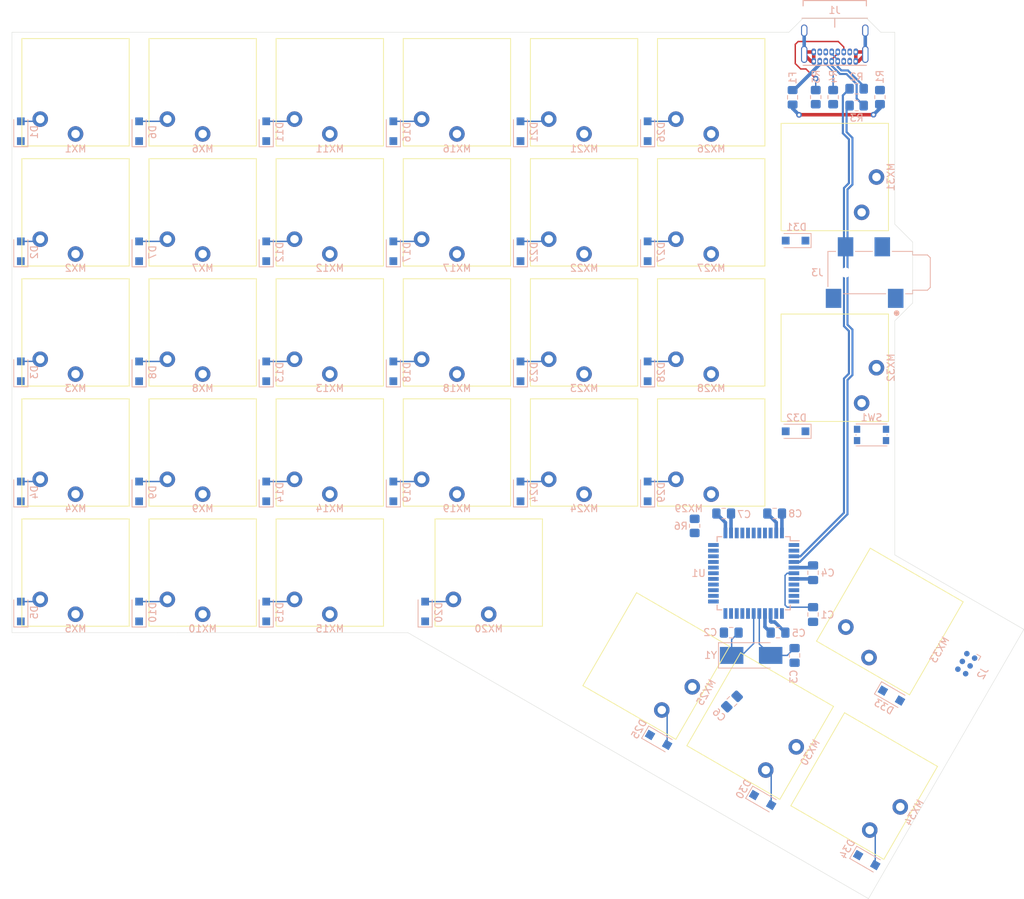
<source format=kicad_pcb>
(kicad_pcb (version 20211014) (generator pcbnew)
  (layers (0 "F.Cu" signal) (31 "B.Cu" signal) (34 "B.Paste" user) (35 "F.Paste" user) (36 "B.SilkS" user "B.Silkscreen") (37 "F.SilkS" user "F.Silkscreen") (38 "B.Mask" user) (39 "F.Mask" user) (44 "Edge.Cuts" user))
  (net 0 "")
  (net 1 "Net-(D1-Pad2)")
  (net 2 "Net-(D2-Pad2)")
  (net 3 "Net-(D3-Pad2)")
  (net 4 "Net-(D4-Pad2)")
  (net 5 "Net-(D5-Pad2)")
  (net 6 "Net-(D6-Pad2)")
  (net 7 "Net-(D7-Pad2)")
  (net 8 "Net-(D8-Pad2)")
  (net 9 "Net-(D9-Pad2)")
  (net 10 "Net-(D10-Pad2)")
  (net 11 "Net-(D11-Pad2)")
  (net 12 "Net-(D12-Pad2)")
  (net 13 "Net-(D13-Pad2)")
  (net 14 "Net-(D14-Pad2)")
  (net 15 "Net-(D15-Pad2)")
  (net 16 "Net-(D16-Pad2)")
  (net 17 "Net-(D17-Pad2)")
  (net 18 "Net-(D18-Pad2)")
  (net 19 "Net-(D19-Pad2)")
  (net 20 "Net-(D20-Pad2)")
  (net 21 "Net-(D21-Pad2)")
  (net 22 "Net-(D22-Pad2)")
  (net 23 "Net-(D23-Pad2)")
  (net 24 "Net-(D24-Pad2)")
  (net 25 "Net-(D25-Pad2)")
  (net 26 "Net-(D26-Pad2)")
  (net 27 "Net-(D27-Pad2)")
  (net 28 "Net-(D28-Pad2)")
  (net 29 "Net-(D29-Pad2)")
  (net 30 "Net-(D30-Pad2)")
  (net 31 "Net-(D31-Pad2)")
  (net 32 "Net-(D32-Pad2)")
  (net 33 "Net-(D33-Pad2)")
  (net 34 "Net-(D34-Pad2)")
  (net 35 "Net-(J1-PadB5)")
  (net 38 "Net-(J1-PadA5)")
  (net 62 "/Row1")
  (net 63 "/Row2")
  (net 64 "/Row3")
  (net 65 "/Row4")
  (net 66 "/Row5")
  (net 67 "/Col1")
  (net 68 "/Col2")
  (net 69 "/Col3")
  (net 70 "/Col4")
  (net 71 "/Col5")
  (net 72 "/Col6")
  (net 73 "/Col7")
  (net 74 "GND")
  (net 75 "Net-(C1-Pad1)")
  (net 76 "/XTAL1")
  (net 77 "/XTAL2")
  (net 78 "Net-(F1-Pad2)")
  (net 79 "+5V")
  (net 80 "/USB_D+")
  (net 81 "/USB_D-")
  (net 82 "/Reset")
  (net 83 "/MOSI")
  (net 84 "/SCK")
  (net 85 "/MISO")
  (net 86 "/D-")
  (net 87 "/D+")
  (net 92 "Net-(R6-Pad1)")
  (footprint "nikon:SW_Kailh_Choc_V1_1.00u" (layer "F.Cu") (at 35.687 35.687 180)
    (fp_text reference "MX1")
    (fp_text value "MX-NoLED")
  )
  (footprint "nikon:SW_Kailh_Choc_V1_1.00u" (layer "F.Cu") (at 35.687 52.687 180)
    (fp_text reference "MX2")
    (fp_text value "MX-NoLED")
  )
  (footprint "nikon:SW_Kailh_Choc_V1_1.00u" (layer "F.Cu") (at 35.687 103.687 180)
    (fp_text reference "MX5")
    (fp_text value "MX-NoLED")
  )
  (footprint "nikon:SW_Kailh_Choc_V1_1.00u" (layer "F.Cu") (at 53.687 35.687 180)
    (fp_text reference "MX6")
    (fp_text value "MX-NoLED")
  )
  (footprint "nikon:SW_Kailh_Choc_V1_1.00u" (layer "F.Cu") (at 53.687 69.687 180)
    (fp_text reference "MX8")
    (fp_text value "MX-NoLED")
  )
  (footprint "nikon:SW_Kailh_Choc_V1_1.00u" (layer "F.Cu") (at 53.687 86.687 180)
    (fp_text reference "MX9")
    (fp_text value "MX-NoLED")
  )
  (footprint "nikon:SW_Kailh_Choc_V1_1.00u" (layer "F.Cu") (at 71.687 35.687 180)
    (fp_text reference "MX11")
    (fp_text value "MX-NoLED")
  )
  (footprint "nikon:SW_Kailh_Choc_V1_1.00u" (layer "F.Cu") (at 71.687 52.687 180)
    (fp_text reference "MX12")
    (fp_text value "MX-NoLED")
  )
  (footprint "nikon:SW_Kailh_Choc_V1_1.00u" (layer "F.Cu") (at 71.687 69.687 180)
    (fp_text reference "MX13")
    (fp_text value "MX-NoLED")
  )
  (footprint "nikon:SW_Kailh_Choc_V1_1.00u" (layer "F.Cu") (at 71.687 86.687 180)
    (fp_text reference "MX14")
    (fp_text value "MX-NoLED")
  )
  (footprint "nikon:SW_Kailh_Choc_V1_1.00u" (layer "F.Cu") (at 89.687 35.687 180)
    (fp_text reference "MX16")
    (fp_text value "MX-NoLED")
  )
  (footprint "nikon:SW_Kailh_Choc_V1_1.00u" (layer "F.Cu") (at 89.687 52.687 180)
    (fp_text reference "MX17")
    (fp_text value "MX-NoLED")
  )
  (footprint "nikon:SW_Kailh_Choc_V1_1.00u" (layer "F.Cu") (at 89.687 69.687 180)
    (fp_text reference "MX18")
    (fp_text value "MX-NoLED")
  )
  (footprint "nikon:SW_Kailh_Choc_V1_1.00u" (layer "F.Cu") (at 89.687 86.687 180)
    (fp_text reference "MX19")
    (fp_text value "MX-NoLED")
  )
  (footprint "nikon:SW_Kailh_Choc_V1_1.50u" (layer "F.Cu") (at 94.187 103.687 180)
    (fp_text reference "MX20")
    (fp_text value "MX-NoLED")
  )
  (footprint "nikon:SW_Kailh_Choc_V1_1.00u" (layer "F.Cu") (at 107.687 35.687 180)
    (fp_text reference "MX21")
    (fp_text value "MX-NoLED")
  )
  (footprint "nikon:SW_Kailh_Choc_V1_1.00u" (layer "F.Cu") (at 107.687 52.687 180)
    (fp_text reference "MX22")
    (fp_text value "MX-NoLED")
  )
  (footprint "nikon:SW_Kailh_Choc_V1_1.00u" (layer "F.Cu") (at 107.687 69.687 180)
    (fp_text reference "MX23")
    (fp_text value "MX-NoLED")
  )
  (footprint "nikon:SW_Kailh_Choc_V1_1.00u" (layer "F.Cu") (at 107.687 86.687 180)
    (fp_text reference "MX24")
    (fp_text value "MX-NoLED")
  )
  (footprint "nikon:SW_Kailh_Choc_V1_1.50u" (layer "F.Cu") (at 117.9 116.92 -120)
    (fp_text reference "MX25")
    (fp_text value "MX-NoLED")
  )
  (footprint "nikon:SW_Kailh_Choc_V1_1.00u" (layer "F.Cu") (at 125.687 52.687 180)
    (fp_text reference "MX27")
    (fp_text value "MX-NoLED")
  )
  (footprint "nikon:SW_Kailh_Choc_V1_1.00u" (layer "F.Cu") (at 125.687 69.687 180)
    (fp_text reference "MX28")
    (fp_text value "MX-NoLED")
  )
  (footprint "nikon:SW_Kailh_Choc_V1_1.00u" (layer "F.Cu") (at 125.687 86.687 180)
    (fp_text reference "MX29")
    (fp_text value "MX-NoLED")
  )
  (footprint "nikon:SW_Kailh_Choc_V1_1.50u" (layer "F.Cu") (at 132.622431 125.419999 -120)
    (fp_text reference "MX30")
    (fp_text value "MX-NoLED")
  )
  (footprint "nikon:SW_Kailh_Choc_V1_1.50u" (layer "F.Cu") (at 143.187 47.687 -90)
    (fp_text reference "MX31")
    (fp_text value "MX-NoLED")
  )
  (footprint "nikon:SW_Kailh_Choc_V1_1.50u" (layer "F.Cu") (at 150.983862 110.616998 150)
    (fp_text reference "MX33")
    (fp_text value "MX-NoLED")
  )
  (footprint "nikon:SW_Kailh_Choc_V1_1.50u" (layer "F.Cu") (at 147.344862 133.919998 -120)
    (fp_text reference "MX34")
    (fp_text value "MX-NoLED")
  )
  (footprint "nikon:SW_Kailh_Choc_V1_1.00u" (layer "F.Cu") (at 125.687 35.687 180)
    (fp_text reference "MX26")
    (fp_text value "MX-NoLED")
  )
  (footprint "nikon:SW_Kailh_Choc_V1_1.00u" (layer "F.Cu") (at 71.687 103.687 180)
    (fp_text reference "MX15")
    (fp_text value "MX-NoLED")
  )
  (footprint "nikon:SW_Kailh_Choc_V1_1.00u" (layer "F.Cu") (at 53.687 103.687 180)
    (fp_text reference "MX10")
    (fp_text value "MX-NoLED")
  )
  (footprint "nikon:SW_Kailh_Choc_V1_1.00u" (layer "F.Cu") (at 35.687 86.687 180)
    (fp_text reference "MX4")
    (fp_text value "MX-NoLED")
  )
  (footprint "nikon:SW_Kailh_Choc_V1_1.00u" (layer "F.Cu") (at 35.687 69.687 180)
    (fp_text reference "MX3")
    (fp_text value "MX-NoLED")
  )
  (footprint "nikon:SW_Kailh_Choc_V1_1.00u" (layer "F.Cu") (at 53.687 52.687 180)
    (fp_text reference "MX7")
    (fp_text value "MX-NoLED")
  )
  (footprint "nikon:SW_Kailh_Choc_V1_1.50u" (layer "F.Cu") (at 143.187 74.687 -90)
    (fp_text reference "MX32")
    (fp_text value "MX-NoLED")
  )
  (footprint "Diode_SMD:D_SOD-123F" (layer "B.Cu") (at 27.94 58.197 90)
    (fp_text reference "D2")
    (fp_text value "1N4148")
  )
  (footprint "Diode_SMD:D_SOD-123F" (layer "B.Cu") (at 27.94 75.184 90)
    (fp_text reference "D3")
    (fp_text value "1N4148")
  )
  (footprint "Diode_SMD:D_SOD-123F" (layer "B.Cu") (at 27.94 92.197 90)
    (fp_text reference "D4")
    (fp_text value "1N4148")
  )
  (footprint "Diode_SMD:D_SOD-123F" (layer "B.Cu") (at 27.94 109.197 90)
    (fp_text reference "D5")
    (fp_text value "1N4148")
  )
  (footprint "Diode_SMD:D_SOD-123F" (layer "B.Cu") (at 44.687 41.197 90)
    (fp_text reference "D6")
    (fp_text value "1N4148")
  )
  (footprint "Diode_SMD:D_SOD-123F" (layer "B.Cu") (at 44.687 58.197 90)
    (fp_text reference "D7")
    (fp_text value "1N4148")
  )
  (footprint "Diode_SMD:D_SOD-123F" (layer "B.Cu") (at 44.687 75.197 90)
    (fp_text reference "D8")
    (fp_text value "1N4148")
  )
  (footprint "Diode_SMD:D_SOD-123F" (layer "B.Cu") (at 44.687 92.197 90)
    (fp_text reference "D9")
    (fp_text value "1N4148")
  )
  (footprint "Diode_SMD:D_SOD-123F" (layer "B.Cu") (at 44.687 109.197 90)
    (fp_text reference "D10")
    (fp_text value "1N4148")
  )
  (footprint "Diode_SMD:D_SOD-123F" (layer "B.Cu") (at 62.687 41.197 90)
    (fp_text reference "D11")
    (fp_text value "1N4148")
  )
  (footprint "Diode_SMD:D_SOD-123F" (layer "B.Cu") (at 62.687 58.197 90)
    (fp_text reference "D12")
    (fp_text value "1N4148")
  )
  (footprint "Diode_SMD:D_SOD-123F" (layer "B.Cu") (at 62.687 75.197 90)
    (fp_text reference "D13")
    (fp_text value "1N4148")
  )
  (footprint "Diode_SMD:D_SOD-123F" (layer "B.Cu") (at 62.687 92.197 90)
    (fp_text reference "D14")
    (fp_text value "1N4148")
  )
  (footprint "Diode_SMD:D_SOD-123F" (layer "B.Cu") (at 62.687 109.197 90)
    (fp_text reference "D15")
    (fp_text value "1N4148")
  )
  (footprint "Diode_SMD:D_SOD-123F" (layer "B.Cu") (at 80.687 41.197 90)
    (fp_text reference "D16")
    (fp_text value "1N4148")
  )
  (footprint "Diode_SMD:D_SOD-123F" (layer "B.Cu") (at 80.687 58.197 90)
    (fp_text reference "D17")
    (fp_text value "1N4148")
  )
  (footprint "Diode_SMD:D_SOD-123F" (layer "B.Cu") (at 80.687 75.197 90)
    (fp_text reference "D18")
    (fp_text value "1N4148")
  )
  (footprint "Diode_SMD:D_SOD-123F" (layer "B.Cu") (at 80.687 92.197 90)
    (fp_text reference "D19")
    (fp_text value "1N4148")
  )
  (footprint "Diode_SMD:D_SOD-123F" (layer "B.Cu") (at 85.187 109.197 90)
    (fp_text reference "D20")
    (fp_text value "1N4148")
  )
  (footprint "Diode_SMD:D_SOD-123F" (layer "B.Cu") (at 98.687 41.197 90)
    (fp_text reference "D21")
    (fp_text value "1N4148")
  )
  (footprint "Diode_SMD:D_SOD-123F" (layer "B.Cu") (at 98.687 58.197 90)
    (fp_text reference "D22")
    (fp_text value "1N4148")
  )
  (footprint "Diode_SMD:D_SOD-123F" (layer "B.Cu") (at 98.687 75.197 90)
    (fp_text reference "D23")
    (fp_text value "1N4148")
  )
  (footprint "Diode_SMD:D_SOD-123F" (layer "B.Cu") (at 98.687 92.197 90)
    (fp_text reference "D24")
    (fp_text value "1N4148")
  )
  (footprint "Diode_SMD:D_SOD-123F" (layer "B.Cu") (at 116.687 41.197 90)
    (fp_text reference "D26")
    (fp_text value "1N4148")
  )
  (footprint "Diode_SMD:D_SOD-123F" (layer "B.Cu") (at 116.687 58.197 90)
    (fp_text reference "D27")
    (fp_text value "1N4148")
  )
  (footprint "Diode_SMD:D_SOD-123F" (layer "B.Cu") (at 116.687 75.197 90)
    (fp_text reference "D28")
    (fp_text value "1N4148")
  )
  (footprint "Diode_SMD:D_SOD-123F" (layer "B.Cu") (at 116.687 92.197 90)
    (fp_text reference "D29")
    (fp_text value "1N4148")
  )
  (footprint "Diode_SMD:D_SOD-123F" (layer "B.Cu") (at 132.969 135.89 -30)
    (fp_text reference "D30")
    (fp_text value "1N4148")
  )
  (footprint "Diode_SMD:D_SOD-123F" (layer "B.Cu") (at 137.632 56.687 180)
    (fp_text reference "D31")
    (fp_text value "1N4148")
  )
  (footprint "Diode_SMD:D_SOD-123F" (layer "B.Cu") (at 137.632 83.687 180)
    (fp_text reference "D32")
    (fp_text value "1N4148")
  )
  (footprint "Diode_SMD:D_SOD-123F" (layer "B.Cu") (at 151.2062 121.1072 -30)
    (fp_text reference "D33")
    (fp_text value "1N4148")
  )
  (footprint "Diode_SMD:D_SOD-123F" (layer "B.Cu") (at 147.701 144.399 -30)
    (fp_text reference "D34")
    (fp_text value "1N4148")
  )
  (footprint "nikon:USB_C_GCT_USB4085" (layer "B.Cu") (at 143.1798 25.2062)
    (fp_text reference "J1")
    (fp_text value "USB_C_Receptacle_USB2.0")
  )
  (footprint "Button_Switch_SMD:SW_Push_1P1T_NO_CK_KMR2" (layer "B.Cu") (at 148.3868 84.201 180)
    (fp_text reference "SW1")
    (fp_text value "SW_Push")
  )
  (footprint "Package_QFP:TQFP-44_10x10mm_P0.8mm" (layer "B.Cu") (at 131.699 103.7844 180)
    (fp_text reference "U1")
    (fp_text value "ATmega32U4-AU")
  )
  (footprint "Diode_SMD:D_SOD-123F" (layer "B.Cu") (at 27.94 41.197 90)
    (fp_text reference "D1")
    (fp_text value "1N4148")
  )
  (footprint "Diode_SMD:D_SOD-123F" (layer "B.Cu") (at 118.237 127.381 -30)
    (fp_text reference "D25")
    (fp_text value "1N4148")
  )
  (footprint "Capacitor_SMD:C_0805_2012Metric_Pad1.18x1.45mm_HandSolder" (layer "B.Cu") (at 140.1064 109.6264 -90)
    (fp_text reference "C1")
    (fp_text value "1u")
  )
  (footprint "Capacitor_SMD:C_0805_2012Metric_Pad1.18x1.45mm_HandSolder" (layer "B.Cu") (at 128.524 112.1918)
    (fp_text reference "C2")
    (fp_text value "22pF")
  )
  (footprint "Capacitor_SMD:C_0805_2012Metric_Pad1.18x1.45mm_HandSolder" (layer "B.Cu") (at 137.4902 115.4176 90)
    (fp_text reference "C3")
    (fp_text value "22pF")
  )
  (footprint "Fuse:Fuse_0805_2012Metric_Pad1.15x1.40mm_HandSolder" (layer "B.Cu") (at 137.2108 36.3982 90)
    (fp_text reference "F1")
    (fp_text value "Fuse")
  )
  (footprint "Connector:Tag-Connect_TC2030-IDC-NL_2x03_P1.27mm_Vertical" (layer "B.Cu") (at 161.798 116.586 -120)
    (fp_text reference "J2")
    (fp_text value "AVR-ISP-6")
  )
  (footprint "Resistor_SMD:R_0805_2012Metric_Pad1.20x1.40mm_HandSolder" (layer "B.Cu") (at 123.3424 97.0788 90)
    (fp_text reference "R6")
    (fp_text value "10K")
  )
  (footprint "Resistor_SMD:R_0805_2012Metric_Pad1.20x1.40mm_HandSolder" (layer "B.Cu") (at 149.5806 36.3728 -90)
    (fp_text reference "R1")
    (fp_text value "10k")
  )
  (footprint "Resistor_SMD:R_0805_2012Metric_Pad1.20x1.40mm_HandSolder" (layer "B.Cu") (at 142.9512 36.3728 90)
    (fp_text reference "R4")
    (fp_text value "5.1k")
  )
  (footprint "Resistor_SMD:R_0805_2012Metric_Pad1.20x1.40mm_HandSolder" (layer "B.Cu") (at 140.4874 36.3728 90)
    (fp_text reference "R5")
    (fp_text value "5.1k")
  )
  (footprint "Resistor_SMD:R_0805_2012Metric_Pad1.20x1.40mm_HandSolder" (layer "B.Cu") (at 146.2786 35.1826)
    (fp_text reference "R2")
    (fp_text value "22R")
  )
  (footprint "Resistor_SMD:R_0805_2012Metric_Pad1.20x1.40mm_HandSolder" (layer "B.Cu") (at 146.2786 37.5666)
    (fp_text reference "R3")
    (fp_text value "22R")
  )
  (footprint "Crystal:Crystal_SMD_Abracon_ABM3-2Pin_5.0x3.2mm_HandSoldering" (layer "B.Cu") (at 131.3434 115.4176)
    (fp_text reference "Y1")
    (fp_text value "16MHz")
  )
  (footprint "Capacitor_SMD:C_0805_2012Metric_Pad1.18x1.45mm_HandSolder" (layer "B.Cu") (at 134.6708 95.3262 180)
    (fp_text reference "C8")
    (fp_text value "0.1u")
  )
  (footprint "nikon:CUI_SJ2-35043A-SMT-TR" (layer "B.Cu") (at 148.209 61.2133 180)
    (fp_text reference "J3")
    (fp_text value "SJ2-35043A-SMT-TR")
  )
  (footprint "Capacitor_SMD:C_0805_2012Metric_Pad1.18x1.45mm_HandSolder" (layer "B.Cu") (at 140.1064 103.7082 90)
    (fp_text reference "C4")
    (fp_text value "4.7u")
  )
  (footprint "Capacitor_SMD:C_0805_2012Metric_Pad1.18x1.45mm_HandSolder" (layer "B.Cu") (at 135.1495 112.1918 180)
    (fp_text reference "C5")
    (fp_text value "0.1u")
  )
  (footprint "Capacitor_SMD:C_0805_2012Metric_Pad1.18x1.45mm_HandSolder" (layer "B.Cu") (at 127.4572 95.3262)
    (fp_text reference "C7")
    (fp_text value "0.1u")
  )
  (footprint "Capacitor_SMD:C_0805_2012Metric_Pad1.18x1.45mm_HandSolder" (layer "B.Cu") (at 128.6256 121.9454 45)
    (fp_text reference "C6")
    (fp_text value "0.1u")
  )
  (gr_line (start 82.7278 112.1918) (end 26.687 112.187) (layer "Edge.Cuts") (width 0.05))
  (gr_line (start 147.955 149.86) (end 169.9514 111.7346) (layer "Edge.Cuts") (width 0.05))
  (gr_line (start 138.6962 25.1968) (end 147.68888 25.1968) (layer "Edge.Cuts") (width 0.05))
  (gr_line (start 149.68888 27.187) (end 151.6888 27.187) (layer "Edge.Cuts") (width 0.05))
  (gr_line (start 147.955 149.86) (end 82.7278 112.1918) (layer "Edge.Cuts") (width 0.05))
  (gr_line (start 154.2034 65.532) (end 151.6888 68.0466) (layer "Edge.Cuts") (width 0.05))
  (gr_line (start 149.68888 27.187) (end 147.68888 25.1968) (layer "Edge.Cuts") (width 0.05))
  (gr_line (start 151.6888 68.0466) (end 151.6888 101.1936) (layer "Edge.Cuts") (width 0.05))
  (gr_line (start 154.2034 56.8833) (end 151.6888 54.3687) (layer "Edge.Cuts") (width 0.05))
  (gr_line (start 136.6962 27.187) (end 138.6962 25.1968) (layer "Edge.Cuts") (width 0.05))
  (gr_line (start 151.6888 101.1936) (end 169.9514 111.7346) (layer "Edge.Cuts") (width 0.05))
  (gr_line (start 26.687 27.187) (end 26.687 112.187) (layer "Edge.Cuts") (width 0.05))
  (gr_line (start 26.687 27.187) (end 136.6962 27.187) (layer "Edge.Cuts") (width 0.05))
  (gr_line (start 151.6888 54.3687) (end 151.6888 27.187) (layer "Edge.Cuts") (width 0.05))
  (gr_line (start 154.2034 56.8833) (end 154.2034 65.532) (layer "Edge.Cuts") (width 0.05))
  (segment (start 30.377 39.797) (end 30.687 39.487) (width 0.2) (layer "B.Cu") (net 1))
  (segment (start 27.94 39.797) (end 30.377 39.797) (width 0.2) (layer "B.Cu") (net 1))
  (segment (start 27.94 56.797) (end 30.377 56.797) (width 0.2) (layer "B.Cu") (net 2))
  (segment (start 30.377 56.797) (end 30.687 56.487) (width 0.2) (layer "B.Cu") (net 2))
  (segment (start 27.94 73.784) (end 30.39 73.784) (width 0.2) (layer "B.Cu") (net 3))
  (segment (start 30.39 73.784) (end 30.687 73.487) (width 0.2) (layer "B.Cu") (net 3))
  (segment (start 30.377 90.797) (end 30.687 90.487) (width 0.2) (layer "B.Cu") (net 4))
  (segment (start 27.94 90.797) (end 30.377 90.797) (width 0.2) (layer "B.Cu") (net 4))
  (segment (start 27.94 107.797) (end 30.377 107.797) (width 0.2) (layer "B.Cu") (net 5))
  (segment (start 30.377 107.797) (end 30.687 107.487) (width 0.2) (layer "B.Cu") (net 5))
  (segment (start 44.687 39.797) (end 48.377 39.797) (width 0.2) (layer "B.Cu") (net 6))
  (segment (start 48.377 39.797) (end 48.687 39.487) (width 0.2) (layer "B.Cu") (net 6))
  (segment (start 48.377 56.797) (end 48.687 56.487) (width 0.2) (layer "B.Cu") (net 7))
  (segment (start 44.687 56.797) (end 48.377 56.797) (width 0.2) (layer "B.Cu") (net 7))
  (segment (start 48.377 73.797) (end 48.687 73.487) (width 0.2) (layer "B.Cu") (net 8))
  (segment (start 44.687 73.797) (end 48.377 73.797) (width 0.2) (layer "B.Cu") (net 8))
  (segment (start 48.377 90.797) (end 48.687 90.487) (width 0.2) (layer "B.Cu") (net 9))
  (segment (start 44.687 90.797) (end 48.377 90.797) (width 0.2) (layer "B.Cu") (net 9))
  (segment (start 48.377 107.797) (end 48.687 107.487) (width 0.2) (layer "B.Cu") (net 10))
  (segment (start 44.687 107.797) (end 48.377 107.797) (width 0.2) (layer "B.Cu") (net 10))
  (segment (start 66.377 39.797) (end 66.687 39.487) (width 0.2) (layer "B.Cu") (net 11))
  (segment (start 62.687 39.797) (end 66.377 39.797) (width 0.2) (layer "B.Cu") (net 11))
  (segment (start 66.377 56.797) (end 66.687 56.487) (width 0.2) (layer "B.Cu") (net 12))
  (segment (start 62.687 56.797) (end 66.377 56.797) (width 0.2) (layer "B.Cu") (net 12))
  (segment (start 66.377 73.797) (end 66.687 73.487) (width 0.2) (layer "B.Cu") (net 13))
  (segment (start 62.687 73.797) (end 66.377 73.797) (width 0.2) (layer "B.Cu") (net 13))
  (segment (start 62.687 90.797) (end 66.377 90.797) (width 0.2) (layer "B.Cu") (net 14))
  (segment (start 66.377 90.797) (end 66.687 90.487) (width 0.2) (layer "B.Cu") (net 14))
  (segment (start 62.687 107.797) (end 66.377 107.797) (width 0.2) (layer "B.Cu") (net 15))
  (segment (start 66.377 107.797) (end 66.687 107.487) (width 0.2) (layer "B.Cu") (net 15))
  (segment (start 84.377 39.797) (end 84.687 39.487) (width 0.2) (layer "B.Cu") (net 16))
  (segment (start 80.687 39.797) (end 84.377 39.797) (width 0.2) (layer "B.Cu") (net 16))
  (segment (start 80.687 56.797) (end 84.377 56.797) (width 0.2) (layer "B.Cu") (net 17))
  (segment (start 84.377 56.797) (end 84.687 56.487) (width 0.2) (layer "B.Cu") (net 17))
  (segment (start 84.377 73.797) (end 84.687 73.487) (width 0.2) (layer "B.Cu") (net 18))
  (segment (start 80.687 73.797) (end 84.377 73.797) (width 0.2) (layer "B.Cu") (net 18))
  (segment (start 84.377 90.797) (end 84.687 90.487) (width 0.2) (layer "B.Cu") (net 19))
  (segment (start 80.687 90.797) (end 84.377 90.797) (width 0.2) (layer "B.Cu") (net 19))
  (segment (start 85.187 107.797) (end 88.877 107.797) (width 0.2) (layer "B.Cu") (net 20))
  (segment (start 88.877 107.797) (end 89.187 107.487) (width 0.2) (layer "B.Cu") (net 20))
  (segment (start 98.687 39.797) (end 102.377 39.797) (width 0.2) (layer "B.Cu") (net 21))
  (segment (start 102.377 39.797) (end 102.687 39.487) (width 0.2) (layer "B.Cu") (net 21))
  (segment (start 98.687 56.797) (end 102.377 56.797) (width 0.2) (layer "B.Cu") (net 22))
  (segment (start 102.377 56.797) (end 102.687 56.487) (width 0.2) (layer "B.Cu") (net 22))
  (segment (start 102.377 73.797) (end 102.687 73.487) (width 0.2) (layer "B.Cu") (net 23))
  (segment (start 98.687 73.797) (end 102.377 73.797) (width 0.2) (layer "B.Cu") (net 23))
  (segment (start 98.687 90.797) (end 102.377 90.797) (width 0.2) (layer "B.Cu") (net 24))
  (segment (start 102.377 90.797) (end 102.687 90.487) (width 0.2) (layer "B.Cu") (net 24))
  (segment (start 119.449436 128.081) (end 119.449436 123.908666) (width 0.2) (layer "B.Cu") (net 25))
  (segment (start 119.449436 123.908666) (end 118.690897 123.150127) (width 0.2) (layer "B.Cu") (net 25))
  (segment (start 120.377 39.797) (end 120.687 39.487) (width 0.2) (layer "B.Cu") (net 26))
  (segment (start 116.687 39.797) (end 120.377 39.797) (width 0.2) (layer "B.Cu") (net 26))
  (segment (start 116.687 56.797) (end 120.377 56.797) (width 0.2) (layer "B.Cu") (net 27))
  (segment (start 120.377 56.797) (end 120.687 56.487) (width 0.2) (layer "B.Cu") (net 27))
  (segment (start 120.377 73.797) (end 120.687 73.487) (width 0.2) (layer "B.Cu") (net 28))
  (segment (start 116.687 73.797) (end 120.377 73.797) (width 0.2) (layer "B.Cu") (net 28))
  (segment (start 120.377 90.797) (end 120.687 90.487) (width 0.2) (layer "B.Cu") (net 29))
  (segment (start 116.687 90.797) (end 120.377 90.797) (width 0.2) (layer "B.Cu") (net 29))
  (segment (start 134.181436 132.418234) (end 133.413328 131.650126) (width 0.2) (layer "B.Cu") (net 30))
  (segment (start 134.181436 136.59) (end 134.181436 132.418234) (width 0.2) (layer "B.Cu") (net 30))
  (segment (start 148.913436 140.927802) (end 148.135759 140.150125) (width 0.2) (layer "B.Cu") (net 34))
  (segment (start 148.913436 145.099) (end 148.913436 140.927802) (width 0.2) (layer "B.Cu") (net 34))
  (segment (start 140.4874 33.7566) (end 140.475219 33.7566) (width 0.2) (layer "F.Cu") (net 35))
  (segment (start 138.3538 32.385) (end 137.5918 31.623) (width 0.2) (layer "F.Cu") (net 35))
  (segment (start 140.475219 33.7566) (end 139.103619 32.385) (width 0.2) (layer "F.Cu") (net 35))
  (segment (start 137.5918 31.623) (end 137.5918 28.9052) (width 0.2) (layer "F.Cu") (net 35))
  (segment (start 139.103619 32.385) (end 138.3538 32.385) (width 0.2) (layer "F.Cu") (net 35))
  (segment (start 137.5918 28.9052) (end 137.9982 28.4988) (width 0.2) (layer "F.Cu") (net 35))
  (segment (start 137.9982 28.4988) (end 143.6774 28.4988) (width 0.2) (layer "F.Cu") (net 35))
  (segment (start 143.6774 28.4988) (end 144.4598 29.2812) (width 0.2) (layer "F.Cu") (net 35))
  (segment (start 144.4598 29.2812) (end 144.4598 29.9812) (width 0.2) (layer "F.Cu") (net 35))
  (via (at 140.4874 33.7566) (size 0.8) (drill 0.4) (layers "F.Cu" "B.Cu") (net 35))
  (segment (start 140.4874 34.4932) (end 140.4874 33.7566) (width 0.2) (layer "B.Cu") (net 35))
  (segment (start 140.4874 35.3728) (end 140.4874 34.4932) (width 0.2) (layer "B.Cu") (net 35))
  (segment (start 142.9512 32.766718) (end 141.9048 31.720318) (width 0.2) (layer "B.Cu") (net 38))
  (segment (start 141.9048 31.720318) (end 141.9048 31.3062) (width 0.2) (layer "B.Cu") (net 38))
  (segment (start 142.9512 35.3728) (end 142.9512 32.766718) (width 0.2) (layer "B.Cu") (net 38))
  (segment (start 139.8348 31.3062) (end 138.8548 30.3262) (width 0.5) (layer "F.Cu") (net 74))
  (segment (start 146.1548 31.3062) (end 146.5248 31.3062) (width 0.5) (layer "F.Cu") (net 74))
  (segment (start 146.1598 29.9812) (end 146.1598 31.3012) (width 0.5) (layer "F.Cu") (net 74))
  (segment (start 146.1598 31.3012) (end 146.1548 31.3062) (width 0.5) (layer "F.Cu") (net 74))
  (segment (start 140.2048 31.3062) (end 139.8348 31.3062) (width 0.5) (layer "F.Cu") (net 74))
  (segment (start 146.5248 31.3062) (end 147.5048 30.3262) (width 0.5) (layer "F.Cu") (net 74))
  (segment (start 139.1998 29.9812) (end 138.8548 30.3262) (width 0.5) (layer "F.Cu") (net 74))
  (segment (start 140.2048 29.9812) (end 139.1998 29.9812) (width 0.5) (layer "F.Cu") (net 74))
  (segment (start 140.2048 29.9812) (end 140.2048 31.3062) (width 0.5) (layer "F.Cu") (net 74))
  (segment (start 146.1598 29.9812) (end 147.1598 29.9812) (width 0.5) (layer "F.Cu") (net 74))
  (segment (start 147.1598 29.9812) (end 147.5048 30.3262) (width 0.5) (layer "F.Cu") (net 74))
  (segment (start 134.112 112.1918) (end 133.299 111.3788) (width 0.5) (layer "B.Cu") (net 74))
  (segment (start 128.4947 95.3262) (end 128.4947 98.0801) (width 0.5) (layer "B.Cu") (net 74))
  (segment (start 139.7927 102.9844) (end 140.1064 102.6707) (width 0.5) (layer "B.Cu") (net 74))
  (segment (start 133.299 111.3788) (end 133.299 109.4844) (width 0.5) (layer "B.Cu") (net 74))
  (segment (start 147.5048 26.9462) (end 147.5048 30.3262) (width 0.5) (layer "B.Cu") (net 74))
  (segment (start 138.8548 26.9462) (end 138.8548 30.3262) (width 0.5) (layer "B.Cu") (net 74))
  (segment (start 134.899 96.5919) (end 133.6333 95.3262) (width 0.5) (layer "B.Cu") (net 74))
  (segment (start 128.4947 98.0801) (end 128.499 98.0844) (width 0.5) (layer "B.Cu") (net 74))
  (segment (start 137.399 102.9844) (end 139.7927 102.9844) (width 0.5) (layer "B.Cu") (net 74))
  (segment (start 134.899 98.0844) (end 134.899 96.5919) (width 0.5) (layer "B.Cu") (net 74))
  (segment (start 136.449 103.7844) (end 137.399 103.7844) (width 0.2) (layer "B.Cu") (net 75))
  (segment (start 136.144 104.0894) (end 136.449 103.7844) (width 0.2) (layer "B.Cu") (net 75))
  (segment (start 140.1064 108.5889) (end 136.4449 108.5889) (width 0.2) (layer "B.Cu") (net 75))
  (segment (start 136.4449 108.5889) (end 136.144 108.288) (width 0.2) (layer "B.Cu") (net 75))
  (segment (start 136.144 108.288) (end 136.144 104.0894) (width 0.2) (layer "B.Cu") (net 75))
  (segment (start 130.0226 115.4176) (end 128.5809 115.4176) (width 0.2) (layer "B.Cu") (net 76))
  (segment (start 131.699 113.7412) (end 130.0226 115.4176) (width 0.2) (layer "B.Cu") (net 76))
  (segment (start 129.5615 112.1918) (end 128.5809 113.1724) (width 0.2) (layer "B.Cu") (net 76))
  (segment (start 128.5809 113.1724) (end 128.5809 115.4176) (width 0.2) (layer "B.Cu") (net 76))
  (segment (start 131.699 109.4844) (end 131.699 113.7412) (width 0.2) (layer "B.Cu") (net 76))
  (segment (start 136.4527 115.4176) (end 134.1059 115.4176) (width 0.2) (layer "B.Cu") (net 77))
  (segment (start 132.499 113.8107) (end 134.1059 115.4176) (width 0.2) (layer "B.Cu") (net 77))
  (segment (start 137.4902 114.3801) (end 136.4527 115.4176) (width 0.2) (layer "B.Cu") (net 77))
  (segment (start 132.499 109.4844) (end 132.499 113.8107) (width 0.2) (layer "B.Cu") (net 77))
  (segment (start 141.0548 31.726536) (end 141.0548 31.3062) (width 0.5) (layer "B.Cu") (net 78))
  (segment (start 137.408136 35.3732) (end 141.0548 31.726536) (width 0.5) (layer "B.Cu") (net 78))
  (segment (start 137.2108 35.3732) (end 137.408136 35.3732) (width 0.5) (layer "B.Cu") (net 78))
  (segment (start 138.1506 38.862) (end 138.1252 38.8874) (width 0.5) (layer "F.Cu") (net 79))
  (segment (start 148.6662 38.862) (end 138.1506 38.862) (width 0.5) (layer "F.Cu") (net 79))
  (via (at 138.1252 38.8874) (size 0.8) (drill 0.4) (layers "F.Cu" "B.Cu") (net 79))
  (via (at 148.6662 38.862) (size 0.8) (drill 0.4) (layers "F.Cu" "B.Cu") (net 79))
  (segment (start 137.399 104.5844) (end 139.9451 104.5844) (width 0.5) (layer "B.Cu") (net 79))
  (segment (start 139.9451 104.5844) (end 140.1064 104.7457) (width 0.5) (layer "B.Cu") (net 79))
  (segment (start 149.5806 37.3728) (end 149.5806 37.9476) (width 0.5) (layer "B.Cu") (net 79))
  (segment (start 134.174489 110.683911) (end 134.099 110.608422) (width 0.5) (layer "B.Cu") (net 79))
  (segment (start 127.699 96.6055) (end 126.4197 95.3262) (width 0.5) (layer "B.Cu") (net 79))
  (segment (start 134.099 110.608422) (end 134.099 109.4844) (width 0.5) (layer "B.Cu") (net 79))
  (segment (start 135.699 95.3355) (end 135.7083 95.3262) (width 0.5) (layer "B.Cu") (net 79))
  (segment (start 149.5806 37.9476) (end 148.6662 38.862) (width 0.5) (layer "B.Cu") (net 79))
  (segment (start 137.2108 37.973) (end 138.1252 38.8874) (width 0.5) (layer "B.Cu") (net 79))
  (segment (start 134.679111 110.683911) (end 134.174489 110.683911) (width 0.5) (layer "B.Cu") (net 79))
  (segment (start 127.699 98.0844) (end 127.699 96.6055) (width 0.5) (layer "B.Cu") (net 79))
  (segment (start 135.699 98.0844) (end 135.699 95.3355) (width 0.5) (layer "B.Cu") (net 79))
  (segment (start 137.2108 37.4232) (end 137.2108 37.973) (width 0.5) (layer "B.Cu") (net 79))
  (segment (start 136.187 112.1918) (end 134.679111 110.683911) (width 0.5) (layer "B.Cu") (net 79))
  (segment (start 142.7548 31.044404) (end 142.7548 31.3062) (width 0.2) (layer "F.Cu") (net 80))
  (segment (start 143.6098 30.189404) (end 142.7548 31.044404) (width 0.2) (layer "F.Cu") (net 80))
  (segment (start 143.6098 29.9812) (end 143.6098 30.189404) (width 0.2) (layer "F.Cu") (net 80))
  (segment (start 142.7548 31.9346) (end 142.7548 31.3062) (width 0.3) (layer "B.Cu") (net 80))
  (segment (start 144.840049 33.0962) (end 143.9164 33.0962) (width 0.3) (layer "B.Cu") (net 80))
  (segment (start 146.2786 34.534751) (end 144.840049 33.0962) (width 0.3) (layer "B.Cu") (net 80))
  (segment (start 147.2786 37.5666) (end 146.2786 36.5666) (width 0.3) (layer "B.Cu") (net 80))
  (segment (start 146.2786 36.5666) (end 146.2786 34.534751) (width 0.3) (layer "B.Cu") (net 80))
  (segment (start 143.9164 33.0962) (end 142.7548 31.9346) (width 0.3) (layer "B.Cu") (net 80))
  (segment (start 147.2786 34.828324) (end 145.046956 32.59668) (width 0.3) (layer "B.Cu") (net 81))
  (segment (start 145.046956 32.59668) (end 144.123308 32.59668) (width 0.3) (layer "B.Cu") (net 81))
  (segment (start 144.123308 32.59668) (end 143.6048 32.078172) (width 0.3) (layer "B.Cu") (net 81))
  (segment (start 143.6048 31.097996) (end 143.6048 31.3062) (width 0.2) (layer "B.Cu") (net 81))
  (segment (start 142.7598 30.252996) (end 143.6048 31.097996) (width 0.2) (layer "B.Cu") (net 81))
  (segment (start 142.7598 29.9812) (end 142.7598 30.252996) (width 0.2) (layer "B.Cu") (net 81))
  (segment (start 143.6048 32.078172) (end 143.6048 31.3062) (width 0.3) (layer "B.Cu") (net 81))
  (segment (start 147.2786 35.1826) (end 147.2786 34.828324) (width 0.3) (layer "B.Cu") (net 81))
  (segment (start 144.32908 41.491279) (end 145.186521 42.34872) (width 0.3) (layer "B.Cu") (net 86))
  (segment (start 145.186521 48.539279) (end 144.486521 49.239279) (width 0.3) (layer "B.Cu") (net 86))
  (segment (start 144.486521 68.794521) (end 145.186521 69.494521) (width 0.3) (layer "B.Cu") (net 86))
  (segment (start 145.186521 69.494521) (end 145.186521 75.51523) (width 0.3) (layer "B.Cu") (net 86))
  (segment (start 144.32908 36.13212) (end 144.32908 41.491279) (width 0.3) (layer "B.Cu") (net 86))
  (segment (start 144.486521 95.220901) (end 138.323022 101.3844) (width 0.3) (layer "B.Cu") (net 86))
  (segment (start 138.323022 101.3844) (end 137.399 101.3844) (width 0.3) (layer "B.Cu") (net 86))
  (segment (start 144.486521 76.21523) (end 144.486521 95.220901) (width 0.3) (layer "B.Cu") (net 86))
  (segment (start 145.2786 35.1826) (end 144.32908 36.13212) (width 0.3) (layer "B.Cu") (net 86))
  (segment (start 145.186521 75.51523) (end 144.486521 76.21523) (width 0.3) (layer "B.Cu") (net 86))
  (segment (start 145.186521 42.34872) (end 145.186521 48.539279) (width 0.3) (layer "B.Cu") (net 86))
  (segment (start 144.486521 49.239279) (end 144.486521 68.794521) (width 0.3) (layer "B.Cu") (net 86))
  (segment (start 145.68604 48.746188) (end 144.986041 49.446187) (width 0.3) (layer "B.Cu") (net 87))
  (segment (start 144.8562 41.311971) (end 145.68604 42.141811) (width 0.3) (layer "B.Cu") (net 87))
  (segment (start 145.68604 42.141811) (end 145.68604 48.746188) (width 0.3) (layer "B.Cu") (net 87))
  (segment (start 144.986041 95.427808) (end 138.229449 102.1844) (width 0.3) (layer "B.Cu") (net 87))
  (segment (start 138.229449 102.1844) (end 137.399 102.1844) (width 0.3) (layer "B.Cu") (net 87))
  (segment (start 145.0848 37.5666) (end 144.8562 37.7952) (width 0.3) (layer "B.Cu") (net 87))
  (segment (start 144.986041 68.587613) (end 145.68604 69.287612) (width 0.3) (layer "B.Cu") (net 87))
  (segment (start 144.986041 49.446187) (end 144.986041 68.587613) (width 0.3) (layer "B.Cu") (net 87))
  (segment (start 144.8562 37.7952) (end 144.8562 41.311971) (width 0.3) (layer "B.Cu") (net 87))
  (segment (start 145.2786 37.5666) (end 145.0848 37.5666) (width 0.3) (layer "B.Cu") (net 87))
  (segment (start 145.68604 75.722139) (end 144.986041 76.422137) (width 0.3) (layer "B.Cu") (net 87))
  (segment (start 144.986041 76.422137) (end 144.986041 95.427808) (width 0.3) (layer "B.Cu") (net 87))
  (segment (start 145.68604 69.287612) (end 145.68604 75.722139) (width 0.3) (layer "B.Cu") (net 87))
)
</source>
